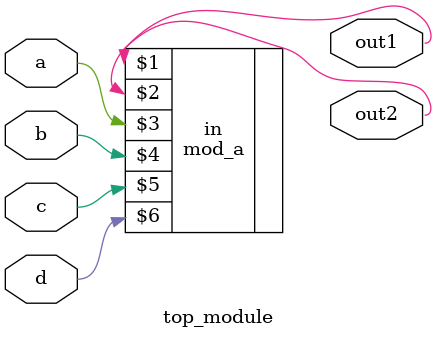
<source format=v>
module top_module ( 
    input a, 
    input b, 
    input c,
    input d,
    output out1,
    output out2
);
    mod_a in(out1,out2,a,b,c,d);
endmodule

</source>
